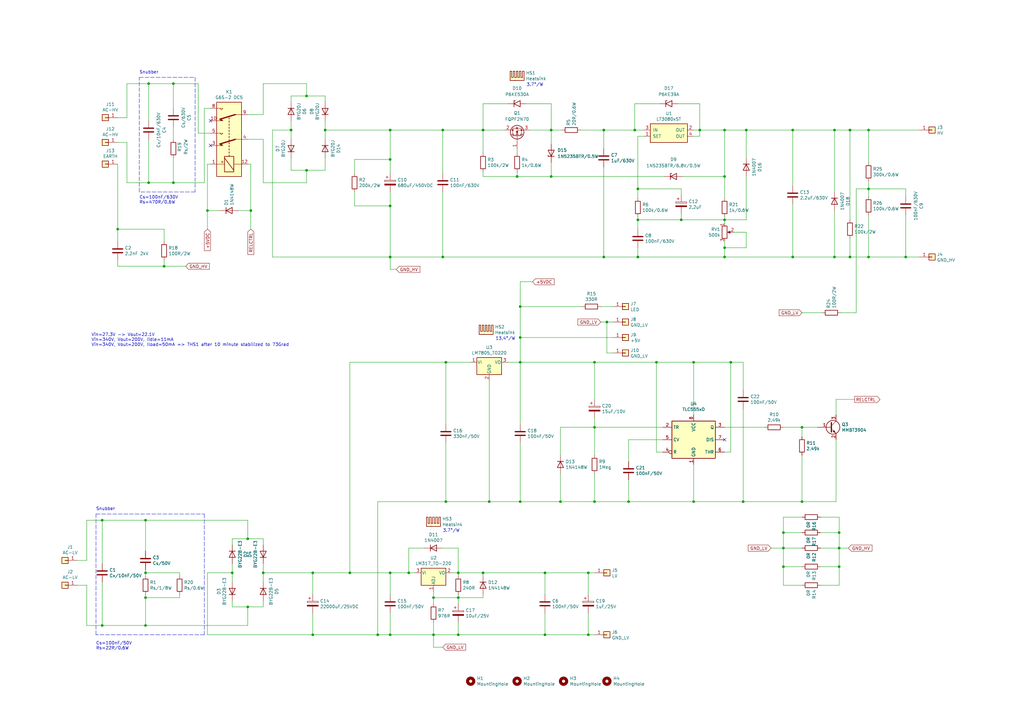
<source format=kicad_sch>
(kicad_sch (version 20211123) (generator eeschema)
  (paper "A3")
  (title_block (title "HV Power Supply LM317 Maida") (date "2022-09-11") (rev "1"))
  (junction (at 213.36 138.43))
  (junction (at 181.61 105.41))
  (junction (at 269.24 148.59))
  (junction (at 198.12 234.95))
  (junction (at 213.36 148.59))
  (junction (at 247.65 105.41))
  (junction (at 299.72 148.59))
  (junction (at 182.88 205.74))
  (junction (at 154.94 260.35))
  (junction (at 48.26 93.98))
  (junction (at 348.615 53.34))
  (junction (at 59.69 256.54))
  (junction (at 297.18 101.6))
  (junction (at 325.12 105.41))
  (junction (at 229.87 205.74))
  (junction (at 243.84 205.74))
  (junction (at 297.18 53.34))
  (junction (at 226.06 72.39))
  (junction (at 297.18 105.41))
  (junction (at 59.69 245.11))
  (junction (at 101.6 248.92))
  (junction (at 177.8 260.35))
  (junction (at 342.265 53.34))
  (junction (at 344.17 218.44))
  (junction (at 128.27 234.95))
  (junction (at 160.02 260.35))
  (junction (at 257.81 205.74))
  (junction (at 160.02 105.41))
  (junction (at 321.31 224.79))
  (junction (at 167.64 234.95))
  (junction (at 102.87 86.36))
  (junction (at 59.69 213.36))
  (junction (at 160.02 65.405))
  (junction (at 212.09 72.39))
  (junction (at 297.18 72.39))
  (junction (at 187.96 260.35))
  (junction (at 261.62 90.17))
  (junction (at 223.52 234.95))
  (junction (at 125.73 39.37))
  (junction (at 187.96 234.95))
  (junction (at 125.73 69.85))
  (junction (at 160.02 84.455))
  (junction (at 243.84 175.26))
  (junction (at 304.8 205.74))
  (junction (at 248.92 132.08))
  (junction (at 187.96 245.11))
  (junction (at 41.91 256.54))
  (junction (at 71.12 34.29))
  (junction (at 325.12 53.34))
  (junction (at 348.615 105.41))
  (junction (at 241.3 234.95))
  (junction (at 181.61 53.34))
  (junction (at 260.35 53.34))
  (junction (at 160.02 234.95))
  (junction (at 371.475 105.41))
  (junction (at 344.17 232.41))
  (junction (at 128.27 260.35))
  (junction (at 243.84 148.59))
  (junction (at 287.02 53.34))
  (junction (at 213.36 205.74))
  (junction (at 241.3 260.35))
  (junction (at 284.48 205.74))
  (junction (at 160.02 53.34))
  (junction (at 342.265 105.41))
  (junction (at 213.36 125.73))
  (junction (at 279.4 90.17))
  (junction (at 328.93 205.74))
  (junction (at 143.51 234.95))
  (junction (at 101.6 220.98))
  (junction (at 356.235 105.41))
  (junction (at 261.62 105.41))
  (junction (at 223.52 260.35))
  (junction (at 321.31 218.44))
  (junction (at 321.31 232.41))
  (junction (at 182.88 148.59))
  (junction (at 306.07 53.34))
  (junction (at 107.95 234.95))
  (junction (at 328.93 175.26))
  (junction (at 344.17 224.79))
  (junction (at 133.35 53.34))
  (junction (at 177.8 245.11))
  (junction (at 297.18 90.17))
  (junction (at 200.66 205.74))
  (junction (at 226.06 53.34))
  (junction (at 119.38 53.34))
  (junction (at 261.62 77.47))
  (junction (at 41.91 213.36))
  (junction (at 60.96 74.93))
  (junction (at 284.48 148.59))
  (junction (at 247.65 53.34))
  (junction (at 198.12 53.34))
  (junction (at 59.69 234.95))
  (junction (at 60.96 34.29))
  (junction (at 95.25 234.95))
  (junction (at 356.235 77.47))
  (junction (at 85.09 86.36))
  (junction (at 71.12 74.93))
  (junction (at 67.31 109.22))
  (junction (at 356.235 53.34))
  (no_connect (at 297.18 180.34))
  (no_connect (at 86.36 49.53))
  (no_connect (at 86.36 59.69))
  (wire (pts (xy 356.235 74.295) (xy 356.235 77.47)))
  (wire (pts (xy 297.18 53.34) (xy 297.18 72.39)))
  (wire (pts (xy 101.6 256.54) (xy 101.6 248.92)))
  (wire (pts (xy 95.25 220.98) (xy 101.6 220.98)))
  (wire (pts (xy 351.155 77.47) (xy 356.235 77.47)))
  (wire (pts (xy 306.07 90.17) (xy 306.07 72.39)))
  (wire (pts (xy 226.06 59.055) (xy 226.06 53.34)))
  (wire (pts (xy 371.475 105.41) (xy 377.19 105.41)))
  (polyline (pts (xy 39.37 260.35) (xy 39.37 210.82)))
  (wire (pts (xy 247.65 105.41) (xy 247.65 68.58)))
  (wire (pts (xy 287.02 53.34) (xy 284.48 53.34)))
  (wire (pts (xy 181.61 53.34) (xy 198.12 53.34)))
  (wire (pts (xy 60.96 57.15) (xy 60.96 74.93)))
  (wire (pts (xy 306.07 95.25) (xy 300.99 95.25)))
  (wire (pts (xy 71.12 74.93) (xy 60.96 74.93)))
  (wire (pts (xy 342.9 180.34) (xy 342.9 205.74)))
  (wire (pts (xy 107.95 46.99) (xy 107.95 34.29)))
  (wire (pts (xy 297.18 185.42) (xy 299.72 185.42)))
  (wire (pts (xy 187.96 224.79) (xy 181.61 224.79)))
  (wire (pts (xy 177.8 260.35) (xy 177.8 255.27)))
  (wire (pts (xy 128.27 260.35) (xy 128.27 251.46)))
  (wire (pts (xy 213.36 115.57) (xy 213.36 125.73)))
  (wire (pts (xy 76.2 109.22) (xy 67.31 109.22)))
  (wire (pts (xy 328.93 205.74) (xy 304.8 205.74)))
  (wire (pts (xy 336.55 224.79) (xy 344.17 224.79)))
  (wire (pts (xy 243.84 205.74) (xy 243.84 194.31)))
  (wire (pts (xy 48.26 58.42) (xy 52.07 58.42)))
  (wire (pts (xy 95.25 231.14) (xy 95.25 234.95)))
  (wire (pts (xy 35.56 256.54) (xy 41.91 256.54)))
  (wire (pts (xy 31.75 240.03) (xy 35.56 240.03)))
  (wire (pts (xy 223.52 234.95) (xy 241.3 234.95)))
  (wire (pts (xy 154.94 260.35) (xy 154.94 205.74)))
  (wire (pts (xy 316.23 224.79) (xy 321.31 224.79)))
  (wire (pts (xy 241.3 251.46) (xy 241.3 260.35)))
  (polyline (pts (xy 57.15 78.74) (xy 57.15 31.75)))
  (wire (pts (xy 325.12 83.82) (xy 325.12 105.41)))
  (wire (pts (xy 229.87 205.74) (xy 213.36 205.74)))
  (wire (pts (xy 177.8 245.11) (xy 187.96 245.11)))
  (wire (pts (xy 59.69 233.68) (xy 59.69 234.95)))
  (wire (pts (xy 226.06 53.34) (xy 217.17 53.34)))
  (wire (pts (xy 344.17 224.79) (xy 344.17 232.41)))
  (wire (pts (xy 85.09 260.35) (xy 85.09 234.95)))
  (wire (pts (xy 128.27 243.84) (xy 128.27 234.95)))
  (wire (pts (xy 160.02 260.35) (xy 177.8 260.35)))
  (wire (pts (xy 71.12 64.77) (xy 71.12 74.93)))
  (wire (pts (xy 297.18 91.44) (xy 297.18 90.17)))
  (wire (pts (xy 67.31 109.22) (xy 48.26 109.22)))
  (wire (pts (xy 287.02 42.545) (xy 287.02 53.34)))
  (wire (pts (xy 160.02 105.41) (xy 181.61 105.41)))
  (wire (pts (xy 226.06 53.34) (xy 230.505 53.34)))
  (wire (pts (xy 73.66 234.95) (xy 73.66 236.22)))
  (wire (pts (xy 279.4 87.63) (xy 279.4 90.17)))
  (wire (pts (xy 71.12 34.29) (xy 81.28 34.29)))
  (wire (pts (xy 133.35 69.85) (xy 133.35 64.77)))
  (wire (pts (xy 261.62 101.6) (xy 261.62 105.41)))
  (wire (pts (xy 226.06 72.39) (xy 212.09 72.39)))
  (wire (pts (xy 342.9 163.83) (xy 342.9 170.18)))
  (wire (pts (xy 35.56 213.36) (xy 41.91 213.36)))
  (wire (pts (xy 342.265 53.34) (xy 348.615 53.34)))
  (wire (pts (xy 160.02 110.49) (xy 160.02 105.41)))
  (wire (pts (xy 181.61 105.41) (xy 247.65 105.41)))
  (wire (pts (xy 261.62 55.88) (xy 261.62 77.47)))
  (wire (pts (xy 71.12 52.07) (xy 71.12 57.15)))
  (wire (pts (xy 279.4 90.17) (xy 261.62 90.17)))
  (wire (pts (xy 143.51 234.95) (xy 160.02 234.95)))
  (wire (pts (xy 304.8 167.64) (xy 304.8 205.74)))
  (wire (pts (xy 243.84 260.35) (xy 241.3 260.35)))
  (wire (pts (xy 297.18 90.17) (xy 297.18 88.9)))
  (wire (pts (xy 270.51 42.545) (xy 260.35 42.545)))
  (wire (pts (xy 81.28 34.29) (xy 81.28 54.61)))
  (wire (pts (xy 213.36 125.73) (xy 213.36 138.43)))
  (wire (pts (xy 247.65 53.34) (xy 260.35 53.34)))
  (wire (pts (xy 328.93 212.09) (xy 321.31 212.09)))
  (wire (pts (xy 243.84 175.26) (xy 229.87 175.26)))
  (wire (pts (xy 251.46 138.43) (xy 213.36 138.43)))
  (wire (pts (xy 278.13 42.545) (xy 287.02 42.545)))
  (wire (pts (xy 181.61 265.43) (xy 177.8 265.43)))
  (wire (pts (xy 177.8 260.35) (xy 187.96 260.35)))
  (wire (pts (xy 218.44 115.57) (xy 213.36 115.57)))
  (wire (pts (xy 187.96 243.84) (xy 187.96 245.11)))
  (wire (pts (xy 101.6 220.98) (xy 107.95 220.98)))
  (wire (pts (xy 304.8 205.74) (xy 284.48 205.74)))
  (wire (pts (xy 223.52 243.84) (xy 223.52 234.95)))
  (wire (pts (xy 344.17 224.79) (xy 347.98 224.79)))
  (wire (pts (xy 119.38 69.85) (xy 125.73 69.85)))
  (wire (pts (xy 187.96 234.95) (xy 187.96 224.79)))
  (wire (pts (xy 213.36 138.43) (xy 213.36 148.59)))
  (wire (pts (xy 181.61 78.74) (xy 181.61 105.41)))
  (wire (pts (xy 321.31 212.09) (xy 321.31 218.44)))
  (wire (pts (xy 243.84 175.26) (xy 243.84 171.45)))
  (wire (pts (xy 243.84 175.26) (xy 243.84 186.69)))
  (wire (pts (xy 187.96 234.95) (xy 198.12 234.95)))
  (wire (pts (xy 279.4 77.47) (xy 261.62 77.47)))
  (wire (pts (xy 128.27 260.35) (xy 154.94 260.35)))
  (wire (pts (xy 145.415 84.455) (xy 145.415 78.74)))
  (wire (pts (xy 111.76 53.34) (xy 111.76 105.41)))
  (wire (pts (xy 128.27 260.35) (xy 85.09 260.35)))
  (wire (pts (xy 248.92 132.08) (xy 251.46 132.08)))
  (wire (pts (xy 246.38 132.08) (xy 248.92 132.08)))
  (wire (pts (xy 272.415 72.39) (xy 226.06 72.39)))
  (polyline (pts (xy 57.15 31.75) (xy 80.01 31.75)))
  (wire (pts (xy 226.06 53.34) (xy 226.06 42.545)))
  (wire (pts (xy 223.52 251.46) (xy 223.52 260.35)))
  (wire (pts (xy 52.07 58.42) (xy 52.07 74.93)))
  (wire (pts (xy 31.75 229.87) (xy 35.56 229.87)))
  (wire (pts (xy 182.88 148.59) (xy 182.88 173.99)))
  (wire (pts (xy 107.95 220.98) (xy 107.95 223.52)))
  (wire (pts (xy 182.88 181.61) (xy 182.88 205.74)))
  (wire (pts (xy 182.88 148.59) (xy 143.51 148.59)))
  (wire (pts (xy 187.96 260.35) (xy 223.52 260.35)))
  (wire (pts (xy 162.56 110.49) (xy 160.02 110.49)))
  (wire (pts (xy 133.35 53.34) (xy 133.35 57.15)))
  (wire (pts (xy 119.38 53.34) (xy 119.38 49.53)))
  (wire (pts (xy 284.48 205.74) (xy 257.81 205.74)))
  (wire (pts (xy 284.48 148.59) (xy 269.24 148.59)))
  (wire (pts (xy 351.155 128.27) (xy 351.155 77.47)))
  (wire (pts (xy 306.07 53.34) (xy 297.18 53.34)))
  (wire (pts (xy 200.66 156.21) (xy 200.66 205.74)))
  (wire (pts (xy 297.18 53.34) (xy 287.02 53.34)))
  (wire (pts (xy 48.26 93.98) (xy 48.26 99.06)))
  (wire (pts (xy 125.73 39.37) (xy 133.35 39.37)))
  (wire (pts (xy 48.26 67.31) (xy 48.26 93.98)))
  (wire (pts (xy 198.12 53.34) (xy 198.12 62.865)))
  (wire (pts (xy 342.265 86.36) (xy 342.265 105.41)))
  (wire (pts (xy 243.84 205.74) (xy 229.87 205.74)))
  (wire (pts (xy 177.8 245.11) (xy 177.8 242.57)))
  (wire (pts (xy 344.17 240.03) (xy 336.55 240.03)))
  (wire (pts (xy 321.31 224.79) (xy 321.31 232.41)))
  (wire (pts (xy 107.95 34.29) (xy 125.73 34.29)))
  (wire (pts (xy 160.02 53.34) (xy 181.61 53.34)))
  (wire (pts (xy 247.65 60.96) (xy 247.65 53.34)))
  (wire (pts (xy 299.72 148.59) (xy 284.48 148.59)))
  (wire (pts (xy 328.93 224.79) (xy 321.31 224.79)))
  (wire (pts (xy 304.8 160.02) (xy 304.8 148.59)))
  (wire (pts (xy 344.805 128.27) (xy 351.155 128.27)))
  (wire (pts (xy 297.18 72.39) (xy 297.18 81.28)))
  (wire (pts (xy 60.96 34.29) (xy 60.96 49.53)))
  (wire (pts (xy 160.02 71.12) (xy 160.02 65.405)))
  (wire (pts (xy 328.93 175.26) (xy 321.31 175.26)))
  (wire (pts (xy 145.415 65.405) (xy 160.02 65.405)))
  (wire (pts (xy 59.69 243.84) (xy 59.69 245.11)))
  (wire (pts (xy 41.91 256.54) (xy 41.91 238.76)))
  (wire (pts (xy 213.36 173.99) (xy 213.36 148.59)))
  (wire (pts (xy 119.38 41.91) (xy 119.38 39.37)))
  (wire (pts (xy 81.28 54.61) (xy 86.36 54.61)))
  (wire (pts (xy 342.265 53.34) (xy 342.265 78.74)))
  (wire (pts (xy 261.62 88.9) (xy 261.62 90.17)))
  (wire (pts (xy 198.12 72.39) (xy 212.09 72.39)))
  (wire (pts (xy 297.18 101.6) (xy 297.18 99.06)))
  (wire (pts (xy 181.61 71.12) (xy 181.61 53.34)))
  (wire (pts (xy 344.17 212.09) (xy 344.17 218.44)))
  (wire (pts (xy 107.95 234.95) (xy 128.27 234.95)))
  (wire (pts (xy 101.6 213.36) (xy 101.6 220.98)))
  (polyline (pts (xy 80.01 78.74) (xy 57.15 78.74)))
  (wire (pts (xy 59.69 213.36) (xy 41.91 213.36)))
  (wire (pts (xy 336.55 212.09) (xy 344.17 212.09)))
  (wire (pts (xy 85.09 67.31) (xy 86.36 67.31)))
  (wire (pts (xy 119.38 57.15) (xy 119.38 53.34)))
  (wire (pts (xy 356.235 53.34) (xy 356.235 66.675)))
  (wire (pts (xy 167.64 224.79) (xy 167.64 234.95)))
  (wire (pts (xy 107.95 234.95) (xy 107.95 238.76)))
  (wire (pts (xy 356.235 105.41) (xy 371.475 105.41)))
  (wire (pts (xy 177.8 265.43) (xy 177.8 260.35)))
  (wire (pts (xy 306.07 101.6) (xy 306.07 95.25)))
  (wire (pts (xy 342.265 105.41) (xy 348.615 105.41)))
  (wire (pts (xy 321.31 240.03) (xy 328.93 240.03)))
  (wire (pts (xy 279.4 80.01) (xy 279.4 77.47)))
  (wire (pts (xy 167.64 234.95) (xy 170.18 234.95)))
  (wire (pts (xy 328.93 128.27) (xy 337.185 128.27)))
  (wire (pts (xy 143.51 148.59) (xy 143.51 234.95)))
  (wire (pts (xy 102.87 67.31) (xy 102.87 86.36)))
  (wire (pts (xy 297.18 101.6) (xy 306.07 101.6)))
  (wire (pts (xy 198.12 53.34) (xy 207.01 53.34)))
  (wire (pts (xy 243.84 148.59) (xy 269.24 148.59)))
  (wire (pts (xy 67.31 99.06) (xy 67.31 93.98)))
  (wire (pts (xy 284.48 55.88) (xy 287.02 55.88)))
  (wire (pts (xy 356.235 77.47) (xy 371.475 77.47)))
  (wire (pts (xy 261.62 81.28) (xy 261.62 77.47)))
  (wire (pts (xy 125.73 74.93) (xy 107.95 74.93)))
  (wire (pts (xy 238.125 53.34) (xy 247.65 53.34)))
  (wire (pts (xy 182.88 205.74) (xy 200.66 205.74)))
  (wire (pts (xy 85.09 86.36) (xy 85.09 67.31)))
  (wire (pts (xy 264.16 55.88) (xy 261.62 55.88)))
  (wire (pts (xy 284.48 170.18) (xy 284.48 148.59)))
  (wire (pts (xy 101.6 67.31) (xy 102.87 67.31)))
  (wire (pts (xy 306.07 53.34) (xy 325.12 53.34)))
  (wire (pts (xy 160.02 78.74) (xy 160.02 84.455)))
  (wire (pts (xy 107.95 57.15) (xy 101.6 57.15)))
  (wire (pts (xy 299.72 185.42) (xy 299.72 148.59)))
  (wire (pts (xy 251.46 144.78) (xy 248.92 144.78)))
  (wire (pts (xy 344.17 232.41) (xy 344.17 240.03)))
  (wire (pts (xy 59.69 256.54) (xy 41.91 256.54)))
  (wire (pts (xy 185.42 234.95) (xy 187.96 234.95)))
  (wire (pts (xy 187.96 236.22) (xy 187.96 234.95)))
  (wire (pts (xy 198.12 42.545) (xy 198.12 53.34)))
  (wire (pts (xy 48.26 48.26) (xy 52.07 48.26)))
  (wire (pts (xy 101.6 46.99) (xy 107.95 46.99)))
  (wire (pts (xy 85.09 234.95) (xy 95.25 234.95)))
  (wire (pts (xy 83.82 44.45) (xy 86.36 44.45)))
  (wire (pts (xy 223.52 260.35) (xy 241.3 260.35)))
  (wire (pts (xy 321.31 232.41) (xy 321.31 240.03)))
  (wire (pts (xy 246.38 125.73) (xy 251.46 125.73)))
  (wire (pts (xy 125.73 69.85) (xy 125.73 74.93)))
  (wire (pts (xy 325.12 105.41) (xy 297.18 105.41)))
  (wire (pts (xy 198.12 70.485) (xy 198.12 72.39)))
  (wire (pts (xy 198.12 234.95) (xy 198.12 236.22)))
  (wire (pts (xy 67.31 93.98) (xy 48.26 93.98)))
  (wire (pts (xy 198.12 243.84) (xy 198.12 245.11)))
  (wire (pts (xy 59.69 226.06) (xy 59.69 213.36)))
  (wire (pts (xy 95.25 234.95) (xy 95.25 238.76)))
  (wire (pts (xy 342.9 205.74) (xy 328.93 205.74)))
  (wire (pts (xy 119.38 39.37) (xy 125.73 39.37)))
  (wire (pts (xy 133.35 53.34) (xy 160.02 53.34)))
  (wire (pts (xy 325.12 53.34) (xy 342.265 53.34)))
  (wire (pts (xy 35.56 229.87) (xy 35.56 213.36)))
  (wire (pts (xy 71.12 34.29) (xy 71.12 44.45)))
  (wire (pts (xy 297.18 90.17) (xy 279.4 90.17)))
  (wire (pts (xy 177.8 247.65) (xy 177.8 245.11)))
  (wire (pts (xy 356.235 53.34) (xy 377.19 53.34)))
  (wire (pts (xy 328.93 186.69) (xy 328.93 205.74)))
  (wire (pts (xy 52.07 34.29) (xy 60.96 34.29)))
  (wire (pts (xy 325.12 105.41) (xy 342.265 105.41)))
  (wire (pts (xy 271.78 175.26) (xy 243.84 175.26)))
  (wire (pts (xy 215.9 42.545) (xy 226.06 42.545)))
  (wire (pts (xy 102.87 86.36) (xy 97.79 86.36)))
  (wire (pts (xy 160.02 260.35) (xy 160.02 251.46)))
  (wire (pts (xy 200.66 205.74) (xy 213.36 205.74)))
  (wire (pts (xy 304.8 148.59) (xy 299.72 148.59)))
  (wire (pts (xy 107.95 231.14) (xy 107.95 234.95)))
  (wire (pts (xy 95.25 248.92) (xy 95.25 246.38)))
  (wire (pts (xy 198.12 245.11) (xy 187.96 245.11)))
  (wire (pts (xy 48.26 109.22) (xy 48.26 106.68)))
  (wire (pts (xy 160.02 105.41) (xy 111.76 105.41)))
  (wire (pts (xy 73.66 245.11) (xy 59.69 245.11)))
  (wire (pts (xy 325.12 76.2) (xy 325.12 53.34)))
  (wire (pts (xy 59.69 245.11) (xy 59.69 256.54)))
  (wire (pts (xy 107.95 74.93) (xy 107.95 57.15)))
  (wire (pts (xy 35.56 240.03) (xy 35.56 256.54)))
  (wire (pts (xy 229.87 175.26) (xy 229.87 186.69)))
  (wire (pts (xy 335.28 175.26) (xy 328.93 175.26)))
  (wire (pts (xy 348.615 105.41) (xy 356.235 105.41)))
  (wire (pts (xy 344.17 224.79) (xy 344.17 218.44)))
  (wire (pts (xy 348.615 90.17) (xy 348.615 53.34)))
  (wire (pts (xy 269.24 185.42) (xy 269.24 148.59)))
  (wire (pts (xy 59.69 256.54) (xy 101.6 256.54)))
  (polyline (pts (xy 83.82 260.35) (xy 39.37 260.35)))
  (wire (pts (xy 257.81 205.74) (xy 243.84 205.74)))
  (polyline (pts (xy 83.82 210.82) (xy 83.82 260.35)))
  (wire (pts (xy 101.6 213.36) (xy 59.69 213.36)))
  (wire (pts (xy 229.87 205.74) (xy 229.87 194.31)))
  (wire (pts (xy 348.615 97.79) (xy 348.615 105.41)))
  (wire (pts (xy 212.09 70.485) (xy 212.09 72.39)))
  (wire (pts (xy 198.12 234.95) (xy 223.52 234.95)))
  (wire (pts (xy 133.35 39.37) (xy 133.35 41.91)))
  (wire (pts (xy 52.07 74.93) (xy 60.96 74.93)))
  (wire (pts (xy 145.415 84.455) (xy 160.02 84.455)))
  (wire (pts (xy 261.62 90.17) (xy 261.62 93.98)))
  (wire (pts (xy 102.87 93.98) (xy 102.87 86.36)))
  (wire (pts (xy 356.235 77.47) (xy 356.235 80.645)))
  (wire (pts (xy 71.12 74.93) (xy 83.82 74.93)))
  (wire (pts (xy 260.35 53.34) (xy 264.16 53.34)))
  (wire (pts (xy 198.12 42.545) (xy 208.28 42.545)))
  (wire (pts (xy 154.94 205.74) (xy 182.88 205.74)))
  (wire (pts (xy 271.78 180.34) (xy 257.81 180.34)))
  (wire (pts (xy 280.035 72.39) (xy 297.18 72.39)))
  (wire (pts (xy 95.25 220.98) (xy 95.25 223.52)))
  (wire (pts (xy 41.91 213.36) (xy 41.91 231.14)))
  (polyline (pts (xy 80.01 31.75) (xy 80.01 78.74)))
  (wire (pts (xy 241.3 234.95) (xy 243.84 234.95)))
  (wire (pts (xy 321.31 218.44) (xy 321.31 224.79)))
  (wire (pts (xy 226.06 66.675) (xy 226.06 72.39)))
  (wire (pts (xy 213.36 148.59) (xy 243.84 148.59)))
  (wire (pts (xy 125.73 39.37) (xy 125.73 34.29)))
  (wire (pts (xy 119.38 64.77) (xy 119.38 69.85)))
  (wire (pts (xy 297.18 90.17) (xy 306.07 90.17)))
  (wire (pts (xy 128.27 234.95) (xy 143.51 234.95)))
  (polyline (pts (xy 39.37 210.82) (xy 83.82 210.82)))
  (wire (pts (xy 261.62 105.41) (xy 247.65 105.41)))
  (wire (pts (xy 59.69 236.22) (xy 59.69 234.95)))
  (wire (pts (xy 187.96 260.35) (xy 187.96 255.27)))
  (wire (pts (xy 73.66 243.84) (xy 73.66 245.11)))
  (wire (pts (xy 213.36 125.73) (xy 238.76 125.73)))
  (wire (pts (xy 243.84 163.83) (xy 243.84 148.59)))
  (wire (pts (xy 241.3 243.84) (xy 241.3 234.95)))
  (wire (pts (xy 344.17 218.44) (xy 336.55 218.44)))
  (wire (pts (xy 248.92 144.78) (xy 248.92 132.08)))
  (wire (pts (xy 101.6 248.92) (xy 107.95 248.92)))
  (wire (pts (xy 160.02 243.84) (xy 160.02 234.95)))
  (wire (pts (xy 187.96 245.11) (xy 187.96 247.65)))
  (wire (pts (xy 356.235 88.265) (xy 356.235 105.41)))
  (wire (pts (xy 133.35 49.53) (xy 133.35 53.34)))
  (wire (pts (xy 59.69 234.95) (xy 73.66 234.95)))
  (wire (pts (xy 95.25 248.92) (xy 101.6 248.92)))
  (wire (pts (xy 160.02 234.95) (xy 167.64 234.95)))
  (wire (pts (xy 154.94 260.35) (xy 160.02 260.35)))
  (wire (pts (xy 348.615 53.34) (xy 356.235 53.34)))
  (wire (pts (xy 213.36 205.74) (xy 213.36 181.61)))
  (wire (pts (xy 145.415 71.12) (xy 145.415 65.405)))
  (wire (pts (xy 328.93 232.41) (xy 321.31 232.41)))
  (wire (pts (xy 125.73 69.85) (xy 133.35 69.85)))
  (wire (pts (xy 85.09 86.36) (xy 90.17 86.36)))
  (wire (pts (xy 107.95 246.38) (xy 107.95 248.92)))
  (wire (pts (xy 271.78 185.42) (xy 269.24 185.42)))
  (wire (pts (xy 212.09 60.96) (xy 212.09 62.865)))
  (wire (pts (xy 83.82 74.93) (xy 83.82 44.45)))
  (wire (pts (xy 328.93 218.44) (xy 321.31 218.44)))
  (wire (pts (xy 350.52 163.83) (xy 342.9 163.83)))
  (wire (pts (xy 371.475 88.265) (xy 371.475 105.41)))
  (wire (pts (xy 284.48 190.5) (xy 284.48 205.74)))
  (wire (pts (xy 287.02 55.88) (xy 287.02 53.34)))
  (wire (pts (xy 257.81 180.34) (xy 257.81 189.23)))
  (wire (pts (xy 336.55 232.41) (xy 344.17 232.41)))
  (wire (pts (xy 160.02 84.455) (xy 160.02 105.41)))
  (wire (pts (xy 257.81 205.74) (xy 257.81 196.85)))
  (wire (pts (xy 306.07 64.77) (xy 306.07 53.34)))
  (wire (pts (xy 297.18 105.41) (xy 261.62 105.41)))
  (wire (pts (xy 328.93 179.07) (xy 328.93 175.26)))
  (wire (pts (xy 85.09 93.98) (xy 85.09 86.36)))
  (wire (pts (xy 297.18 175.26) (xy 313.69 175.26)))
  (wire (pts (xy 67.31 106.68) (xy 67.31 109.22)))
  (wire (pts (xy 193.04 148.59) (xy 182.88 148.59)))
  (wire (pts (xy 71.12 34.29) (xy 60.96 34.29)))
  (wire (pts (xy 260.35 42.545) (xy 260.35 53.34)))
  (wire (pts (xy 119.38 53.34) (xy 111.76 53.34)))
  (wire (pts (xy 160.02 65.405) (xy 160.02 53.34)))
  (wire (pts (xy 371.475 80.645) (xy 371.475 77.47)))
  (wire (pts (xy 173.99 224.79) (xy 167.64 224.79)))
  (wire (pts (xy 208.28 148.59) (xy 213.36 148.59)))
  (wire (pts (xy 297.18 101.6) (xy 297.18 105.41)))
  (wire (pts (xy 52.07 48.26) (xy 52.07 34.29)))
  (text "Snubber" (at 39.37 209.55 0) (effects (font (size 1.27 1.27)) (justify left bottom)))
  (text "Cs=100nF/630V\nRs=470R/0.6W" (at 57.15 83.82 0) (effects (font (size 1.27 1.27)) (justify left bottom)))
  (text "Snubber" (at 57.15 30.48 0) (effects (font (size 1.27 1.27)) (justify left bottom)))
  (text "13,4°/W" (at 203.2 139.7 0) (effects (font (size 1.27 1.27)) (justify left bottom)))
  (text "3.7°/W" (at 215.9 35.56 0) (effects (font (size 1.27 1.27)) (justify left bottom)))
  (text "Vin=27.3V -> Vout=22.1V\nVin=340V, Vout=200V, Iidle=11mA\nVin=340V, Vout=200V, Iload=50mA => THS1 after 10 minute stabilized to 73Grad" (at 37.465 142.24 0) (effects (font (size 1.27 1.27)) (justify left bottom)))
  (text "Cs=100nF/50V\nRs=22R/0.6W" (at 39.37 266.7 0) (effects (font (size 1.27 1.27)) (justify left bottom)))
  (text "3.7°/W" (at 181.61 218.44 0) (effects (font (size 1.27 1.27)) (justify left bottom)))
  (global_label "RELCTRL" (shape input) (at 102.87 93.98 270) (property "Intersheet References" "${INTERSHEET_REFS}" (effects hide)))
  (global_label "+5VDC" (shape input) (at 218.44 115.57 0) (property "Intersheet References" "${INTERSHEET_REFS}" (effects hide)))
  (global_label "GND_LV" (shape input) (at 181.61 265.43 0) (property "Intersheet References" "${INTERSHEET_REFS}" (effects hide)))
  (global_label "+5VDC" (shape input) (at 85.09 93.98 270) (property "Intersheet References" "${INTERSHEET_REFS}" (effects hide)))
  (global_label "GND_HV" (shape input) (at 162.56 110.49 0) (property "Intersheet References" "${INTERSHEET_REFS}" (effects hide)))
  (global_label "GND_LV" (shape input) (at 316.23 224.79 180) (property "Intersheet References" "${INTERSHEET_REFS}" (effects hide)))
  (global_label "RELCTRL" (shape output) (at 350.52 163.83 0) (property "Intersheet References" "${INTERSHEET_REFS}" (effects hide)))
  (global_label "GND_HV" (shape input) (at 76.2 109.22 0) (property "Intersheet References" "${INTERSHEET_REFS}" (effects hide)))
  (global_label "GND_LV" (shape input) (at 246.38 132.08 180) (property "Intersheet References" "${INTERSHEET_REFS}" (effects hide)))
  (global_label "GND_HV" (shape input) (at 347.98 224.79 0) (property "Intersheet References" "${INTERSHEET_REFS}" (effects hide)))
  (global_label "GND_LV" (shape input) (at 328.93 128.27 180) (property "Intersheet References" "${INTERSHEET_REFS}" (effects hide)))
  (symbol (lib_id "Mechanical:MountingHole") (at 212.09 279.4 0) (unit 1)
    (property "Reference" "H2" (at 214.63 278.2316 0) (effects (justify left)))
    (property "Value" "MountingHole" (at 214.63 280.543 0) (effects (justify left)))
    (property "Footprint" "MountingHole:MountingHole_3.2mm_M3" (effects hide))
  )
  (symbol (lib_id "Mechanical:MountingHole") (at 231.14 279.4 0) (unit 1)
    (property "Reference" "H3" (at 233.68 278.2316 0) (effects (justify left)))
    (property "Value" "MountingHole" (at 233.68 280.543 0) (effects (justify left)))
    (property "Footprint" "MountingHole:MountingHole_3.2mm_M3" (effects hide))
  )
  (symbol (lib_id "Mechanical:MountingHole") (at 193.04 279.4 0) (unit 1)
    (property "Reference" "H1" (at 195.58 278.2316 0) (effects (justify left)))
    (property "Value" "MountingHole" (at 195.58 280.543 0) (effects (justify left)))
    (property "Footprint" "MountingHole:MountingHole_3.2mm_M3" (effects hide))
  )
  (symbol (lib_id "Mechanical:MountingHole") (at 248.92 279.4 0) (unit 1)
    (property "Reference" "H4" (at 251.46 278.2316 0) (effects (justify left)))
    (property "Value" "MountingHole" (at 251.46 280.543 0) (effects (justify left)))
    (property "Footprint" "MountingHole:MountingHole_3.2mm_M3" (effects hide))
  )
  (symbol (lib_id "Connector_Generic:Conn_01x01") (at 382.27 53.34 0) (unit 1)
    (property "Reference" "J3" (at 384.302 52.2732 0) (effects (justify left)))
    (property "Value" "HV" (at 384.302 54.5846 0) (effects (justify left)))
    (property "Footprint" "Connector_Pin:Pin_D1.3mm_L11.0mm" (effects hide))
  )
  (symbol (lib_id "Device:C_Polarized") (at 160.02 74.93 0) (unit 1)
    (property "Reference" "C10" (at 163.0172 73.7616 0) (effects (justify left)))
    (property "Value" "680uF/450VDC" (at 163.0172 76.073 0) (effects (justify left)))
    (property "Footprint" "Capacitor_THT:CP_Radial_D35.0mm_P10.00mm_SnapIn" (effects hide))
  )
  (symbol (lib_id "Device:C") (at 181.61 74.93 0) (unit 1)
    (property "Reference" "C11" (at 184.531 73.7616 0) (effects (justify left)))
    (property "Value" "100nF/630V" (at 184.531 76.073 0) (effects (justify left)))
    (property "Footprint" "Capacitor_THT:C_Rect_L18.0mm_W5.0mm_P15.00mm_FKS3_FKP3" (effects hide))
  )
  (symbol (lib_id "Device:R") (at 332.74 218.44 270) (unit 1)
    (property "Reference" "R17" (at 333.9084 220.218 0) (effects (justify left)))
    (property "Value" "0R" (at 331.597 220.218 0) (effects (justify left)))
    (property "Footprint" "Resistor_SMD:R_1206_3216Metric_Pad1.30x1.75mm_HandSolder" (effects hide))
  )
  (symbol (lib_id "Device:R") (at 332.74 212.09 270) (unit 1)
    (property "Reference" "R16" (at 333.9084 213.868 0) (effects (justify left)))
    (property "Value" "0R" (at 331.597 213.868 0) (effects (justify left)))
    (property "Footprint" "Resistor_SMD:R_1206_3216Metric_Pad1.30x1.75mm_HandSolder" (effects hide))
  )
  (symbol (lib_id "Device:C_Polarized") (at 128.27 247.65 0) (unit 1)
    (property "Reference" "C14" (at 131.2672 246.4816 0) (effects (justify left)))
    (property "Value" "22000uF/25VDC" (at 131.2672 248.793 0) (effects (justify left)))
    (property "Footprint" "Capacitor_THT:CP_Radial_D35.0mm_P10.00mm_SnapIn" (effects hide))
  )
  (symbol (lib_id "Regulator_Linear:LM317_TO-220") (at 177.8 234.95 0) (unit 1)
    (property "Reference" "U2" (at 177.8 228.8032 0))
    (property "Value" "LM317_TO-220" (at 177.8 231.1146 0))
    (property "Footprint" "Package_TO_SOT_THT:TO-220-3_Vertical" (effects hide))
    (property "Datasheet" "http://www.ti.com/lit/ds/symlink/lm317.pdf" (effects hide))
  )
  (symbol (lib_id "Device:C") (at 160.02 247.65 0) (unit 1)
    (property "Reference" "C15" (at 162.941 246.4816 0) (effects (justify left)))
    (property "Value" "100nF/50V" (at 162.941 248.793 0) (effects (justify left)))
    (property "Footprint" "Capacitor_SMD:C_0805_2012Metric_Pad1.18x1.45mm_HandSolder" (effects hide))
  )
  (symbol (lib_id "Device:R") (at 177.8 251.46 0) (unit 1)
    (property "Reference" "R7" (at 179.578 250.2916 0) (effects (justify left)))
    (property "Value" "976R" (at 179.578 252.603 0) (effects (justify left)))
    (property "Footprint" "Resistor_SMD:R_0805_2012Metric_Pad1.20x1.40mm_HandSolder" (effects hide))
  )
  (symbol (lib_id "Device:R") (at 187.96 240.03 0) (unit 1)
    (property "Reference" "R8" (at 189.738 238.8616 0) (effects (justify left)))
    (property "Value" "240R" (at 189.738 241.173 0) (effects (justify left)))
    (property "Footprint" "Resistor_SMD:R_0805_2012Metric_Pad1.20x1.40mm_HandSolder" (effects hide))
  )
  (symbol (lib_id "Diode:1N4007") (at 177.8 224.79 0) (unit 1)
    (property "Reference" "D11" (at 177.8 219.2782 0))
    (property "Value" "1N4007" (at 177.8 221.5896 0))
    (property "Footprint" "Diode_SMD:D_SMA_Handsoldering" (effects hide))
    (property "Datasheet" "http://www.vishay.com/docs/88503/1n4001.pdf" (effects hide))
  )
  (symbol (lib_id "Device:C_Polarized") (at 187.96 251.46 0) (unit 1)
    (property "Reference" "C17" (at 190.9572 250.2916 0) (effects (justify left)))
    (property "Value" "10uF/25V" (at 190.9572 252.603 0) (effects (justify left)))
    (property "Footprint" "Capacitor_THT:CP_Radial_D5.0mm_P2.00mm" (effects hide))
  )
  (symbol (lib_id "Diode:1N4007") (at 198.12 240.03 270) (unit 1)
    (property "Reference" "D12" (at 200.152 238.8616 90) (effects (justify left)))
    (property "Value" "1N4148W" (at 200.152 241.173 90) (effects (justify left)))
    (property "Footprint" "Diode_SMD:D_SOD-123" (effects hide))
    (property "Datasheet" "http://www.vishay.com/docs/88503/1n4001.pdf" (effects hide))
  )
  (symbol (lib_id "Connector_Generic:Conn_01x01") (at 382.27 105.41 0) (unit 1)
    (property "Reference" "J4" (at 384.302 104.3432 0) (effects (justify left)))
    (property "Value" "GND_HV" (at 384.302 106.6546 0) (effects (justify left)))
    (property "Footprint" "Connector_Pin:Pin_D1.3mm_L11.0mm" (effects hide))
  )
  (symbol (lib_id "Transistor_BJT:MMBT3904") (at 340.36 175.26 0) (unit 1)
    (property "Reference" "Q3" (at 345.2114 174.0916 0) (effects (justify left)))
    (property "Value" "MMBT3904" (at 345.2114 176.403 0) (effects (justify left)))
    (property "Footprint" "Package_TO_SOT_SMD:SOT-23" (effects hide))
    (property "Datasheet" "https://www.onsemi.com/pub/Collateral/2N3903-D.PDF" (effects hide))
  )
  (symbol (lib_id "Device:R") (at 328.93 182.88 0) (unit 1)
    (property "Reference" "R11" (at 330.708 181.7116 0) (effects (justify left)))
    (property "Value" "2.49k" (at 330.708 184.023 0) (effects (justify left)))
    (property "Footprint" "Resistor_SMD:R_0805_2012Metric_Pad1.20x1.40mm_HandSolder" (effects hide))
  )
  (symbol (lib_id "Device:R") (at 317.5 175.26 270) (unit 1)
    (property "Reference" "R10" (at 317.5 170.0022 90))
    (property "Value" "2.49k" (at 317.5 172.3136 90))
    (property "Footprint" "Resistor_SMD:R_0805_2012Metric_Pad1.20x1.40mm_HandSolder" (effects hide))
  )
  (symbol (lib_id "Timer:TLC555xD") (at 284.48 180.34 0) (unit 1)
    (property "Reference" "U4" (at 284.48 165.5826 0))
    (property "Value" "TLC555xD" (at 284.48 167.894 0))
    (property "Footprint" "Package_SO:SOIC-8_3.9x4.9mm_P1.27mm" (effects hide))
    (property "Datasheet" "http://www.ti.com/lit/ds/symlink/tlc555.pdf" (effects hide))
  )
  (symbol (lib_id "Regulator_Linear:LM7805_TO220") (at 200.66 148.59 0) (unit 1)
    (property "Reference" "U3" (at 200.66 142.4432 0))
    (property "Value" "LM7805_TO220" (at 200.66 144.7546 0))
    (property "Footprint" "Package_TO_SOT_THT:TO-220-3_Vertical" (effects hide))
    (property "Datasheet" "https://www.onsemi.cn/PowerSolutions/document/MC7800-D.PDF" (effects hide))
  )
  (symbol (lib_id "Device:C") (at 304.8 163.83 0) (unit 1)
    (property "Reference" "C22" (at 307.721 162.6616 0) (effects (justify left)))
    (property "Value" "100nF/50V" (at 307.721 164.973 0) (effects (justify left)))
    (property "Footprint" "Capacitor_SMD:C_0805_2012Metric_Pad1.18x1.45mm_HandSolder" (effects hide))
  )
  (symbol (lib_id "Device:C_Polarized") (at 241.3 247.65 0) (unit 1)
    (property "Reference" "C19" (at 244.2972 246.4816 0) (effects (justify left)))
    (property "Value" "1uF/25V" (at 244.2972 248.793 0) (effects (justify left)))
    (property "Footprint" "Capacitor_THT:CP_Radial_D5.0mm_P2.00mm" (effects hide))
  )
  (symbol (lib_id "Connector_Generic:Conn_01x01") (at 248.92 260.35 0) (unit 1)
    (property "Reference" "J6" (at 250.952 259.2832 0) (effects (justify left)))
    (property "Value" "GND_LV" (at 250.952 261.5946 0) (effects (justify left)))
    (property "Footprint" "Connector_Pin:Pin_D1.3mm_L11.0mm" (effects hide))
  )
  (symbol (lib_id "Connector_Generic:Conn_01x01") (at 248.92 234.95 0) (unit 1)
    (property "Reference" "J5" (at 250.952 233.8832 0) (effects (justify left)))
    (property "Value" "LV" (at 250.952 236.1946 0) (effects (justify left)))
    (property "Footprint" "Connector_Pin:Pin_D1.3mm_L11.0mm" (effects hide))
  )
  (symbol (lib_id "Device:C") (at 257.81 193.04 0) (unit 1)
    (property "Reference" "C21" (at 260.731 191.8716 0) (effects (justify left)))
    (property "Value" "100nF/50V" (at 260.731 194.183 0) (effects (justify left)))
    (property "Footprint" "Capacitor_SMD:C_0805_2012Metric_Pad1.18x1.45mm_HandSolder" (effects hide))
  )
  (symbol (lib_id "Device:C_Polarized") (at 243.84 167.64 0) (unit 1)
    (property "Reference" "C20" (at 246.8372 166.4716 0) (effects (justify left)))
    (property "Value" "15uF/10V" (at 246.8372 168.783 0) (effects (justify left)))
    (property "Footprint" "Capacitor_Tantalum_SMD:CP_EIA-3216-12_Kemet-S_Pad1.58x1.35mm_HandSolder" (effects hide))
  )
  (symbol (lib_id "Device:R") (at 243.84 190.5 0) (unit 1)
    (property "Reference" "R9" (at 245.618 189.3316 0) (effects (justify left)))
    (property "Value" "1Meg" (at 245.618 191.643 0) (effects (justify left)))
    (property "Footprint" "Resistor_SMD:R_0805_2012Metric_Pad1.20x1.40mm_HandSolder" (effects hide))
  )
  (symbol (lib_id "Diode:1N4148W") (at 229.87 190.5 270) (unit 1)
    (property "Reference" "D13" (at 231.902 189.3316 90) (effects (justify left)))
    (property "Value" "1N4148W" (at 231.902 191.643 90) (effects (justify left)))
    (property "Footprint" "Diode_SMD:D_SOD-123" (effects hide))
    (property "Datasheet" "https://www.vishay.com/docs/85748/1n4148w.pdf" (effects hide))
  )
  (symbol (lib_id "Device:C") (at 182.88 177.8 0) (unit 1)
    (property "Reference" "C16" (at 185.801 176.6316 0) (effects (justify left)))
    (property "Value" "330nF/50V" (at 185.801 178.943 0) (effects (justify left)))
    (property "Footprint" "Capacitor_SMD:C_0805_2012Metric_Pad1.18x1.45mm_HandSolder" (effects hide))
  )
  (symbol (lib_id "Device:C") (at 213.36 177.8 0) (unit 1)
    (property "Reference" "C18" (at 216.281 176.6316 0) (effects (justify left)))
    (property "Value" "100nF/50V" (at 216.281 178.943 0) (effects (justify left)))
    (property "Footprint" "Capacitor_SMD:C_0805_2012Metric_Pad1.18x1.45mm_HandSolder" (effects hide))
  )
  (symbol (lib_id "Mechanical:Heatsink") (at 177.8 215.9 0) (unit 1)
    (property "Reference" "HS3" (at 181.4068 212.8266 0) (effects (justify left)))
    (property "Value" "Heatsink" (at 181.4068 215.138 0) (effects (justify left)))
    (property "Footprint" "Heatsink:Heatsink_Fischer_SK129-STS_42x25mm_2xDrill2.5mm" (effects hide))
  )
  (symbol (lib_id "Device:R") (at 332.74 224.79 270) (unit 1)
    (property "Reference" "R12" (at 333.9084 226.568 0) (effects (justify left)))
    (property "Value" "0R" (at 331.597 226.568 0) (effects (justify left)))
    (property "Footprint" "Resistor_SMD:R_1206_3216Metric_Pad1.30x1.75mm_HandSolder" (effects hide))
  )
  (symbol (lib_id "Device:R") (at 332.74 232.41 270) (unit 1)
    (property "Reference" "R13" (at 333.9084 234.188 0) (effects (justify left)))
    (property "Value" "0R" (at 331.597 234.188 0) (effects (justify left)))
    (property "Footprint" "Resistor_SMD:R_1206_3216Metric_Pad1.30x1.75mm_HandSolder" (effects hide))
  )
  (symbol (lib_id "Device:R") (at 332.74 240.03 270) (unit 1)
    (property "Reference" "R14" (at 333.9084 241.808 0) (effects (justify left)))
    (property "Value" "0R" (at 331.597 241.808 0) (effects (justify left)))
    (property "Footprint" "Resistor_SMD:R_1206_3216Metric_Pad1.30x1.75mm_HandSolder" (effects hide))
  )
  (symbol (lib_id "Device:R") (at 242.57 125.73 270) (unit 1)
    (property "Reference" "R15" (at 242.57 120.4722 90))
    (property "Value" "330R" (at 242.57 122.7836 90))
    (property "Footprint" "Resistor_SMD:R_0805_2012Metric_Pad1.20x1.40mm_HandSolder" (effects hide))
  )
  (symbol (lib_id "Connector_Generic:Conn_01x01") (at 256.54 132.08 0) (unit 1)
    (property "Reference" "J8" (at 258.572 131.0132 0) (effects (justify left)))
    (property "Value" "GND_LV" (at 258.572 133.3246 0) (effects (justify left)))
    (property "Footprint" "Connector_Pin:Pin_D1.0mm_L10.0mm" (effects hide))
  )
  (symbol (lib_id "Connector_Generic:Conn_01x01") (at 256.54 125.73 0) (unit 1)
    (property "Reference" "J7" (at 258.572 124.6632 0) (effects (justify left)))
    (property "Value" "LED" (at 258.572 126.9746 0) (effects (justify left)))
    (property "Footprint" "Connector_Pin:Pin_D1.0mm_L10.0mm" (effects hide))
  )
  (symbol (lib_id "Connector_Generic:Conn_01x01") (at 256.54 144.78 0) (unit 1)
    (property "Reference" "J10" (at 258.572 143.7132 0) (effects (justify left)))
    (property "Value" "GND_LV" (at 258.572 146.0246 0) (effects (justify left)))
    (property "Footprint" "Connector_Pin:Pin_D1.0mm_L10.0mm" (effects hide))
  )
  (symbol (lib_id "Connector_Generic:Conn_01x01") (at 256.54 138.43 0) (unit 1)
    (property "Reference" "J9" (at 258.572 137.3632 0) (effects (justify left)))
    (property "Value" "+5V" (at 258.572 139.6746 0) (effects (justify left)))
    (property "Footprint" "Connector_Pin:Pin_D1.0mm_L10.0mm" (effects hide))
  )
  (symbol (lib_id "Mechanical:Heatsink") (at 199.39 137.16 0) (unit 1)
    (property "Reference" "HS2" (at 202.9968 134.0866 0) (effects (justify left)))
    (property "Value" "Heatsink" (at 202.9968 136.398 0) (effects (justify left)))
    (property "Footprint" "Heatsink:Heatsink_Fischer_SK104-STC-STIC_35x13mm_2xDrill2.5mm" (effects hide))
  )
  (symbol (lib_id "Diode:1N4007") (at 342.265 82.55 270) (unit 1)
    (property "Reference" "D18" (at 347.7768 82.55 0))
    (property "Value" "1N4007" (at 345.4654 82.55 0))
    (property "Footprint" "Diode_THT:D_DO-41_SOD81_P10.16mm_Horizontal" (effects hide))
    (property "Datasheet" "http://www.vishay.com/docs/88503/1n4001.pdf" (effects hide))
  )
  (symbol (lib_id "Device:D") (at 95.25 227.33 270) (unit 1)
    (property "Reference" "D2" (at 100.7618 227.33 0))
    (property "Value" "BYG22B-E3" (at 98.4504 227.33 0))
    (property "Footprint" "Diode_SMD:D_SMA_Handsoldering" (effects hide))
  )
  (symbol (lib_id "Device:D") (at 95.25 242.57 90) (unit 1)
    (property "Reference" "D3" (at 89.7382 242.57 0))
    (property "Value" "BYG22B-E3" (at 92.0496 242.57 0))
    (property "Footprint" "Diode_SMD:D_SMA_Handsoldering" (effects hide))
  )
  (symbol (lib_id "Device:D") (at 107.95 227.33 90) (unit 1)
    (property "Reference" "D4" (at 102.4382 227.33 0))
    (property "Value" "BYG22B-E3" (at 104.7496 227.33 0))
    (property "Footprint" "Diode_SMD:D_SMA_Handsoldering" (effects hide))
  )
  (symbol (lib_id "Device:D") (at 107.95 242.57 270) (unit 1)
    (property "Reference" "D5" (at 113.4618 242.57 0))
    (property "Value" "BYG22B-E3" (at 111.1504 242.57 0))
    (property "Footprint" "Diode_SMD:D_SMA_Handsoldering" (effects hide))
  )
  (symbol (lib_id "Connector_Generic:Conn_01x01") (at 26.67 229.87 0) (mirror y) (unit 1)
    (property "Reference" "J1" (at 28.7528 224.3582 0))
    (property "Value" "AC-LV" (at 28.7528 226.6696 0))
    (property "Footprint" "Connector_Pin:Pin_D1.3mm_L11.0mm" (effects hide))
  )
  (symbol (lib_id "Connector_Generic:Conn_01x01") (at 26.67 240.03 0) (mirror y) (unit 1)
    (property "Reference" "J2" (at 28.7528 234.5182 0))
    (property "Value" "AC-LV" (at 28.7528 236.8296 0))
    (property "Footprint" "Connector_Pin:Pin_D1.3mm_L11.0mm" (effects hide))
  )
  (symbol (lib_id "Device:C") (at 41.91 234.95 0) (unit 1)
    (property "Reference" "C1" (at 44.831 233.7816 0) (effects (justify left)))
    (property "Value" "Cx/10nF/50V" (at 44.831 236.093 0) (effects (justify left)))
    (property "Footprint" "Capacitor_SMD:C_0805_2012Metric_Pad1.18x1.45mm_HandSolder" (effects hide))
  )
  (symbol (lib_id "Device:C") (at 59.69 229.87 0) (unit 1)
    (property "Reference" "C3" (at 62.611 228.7016 0) (effects (justify left)))
    (property "Value" "Cs/50V" (at 62.611 231.013 0) (effects (justify left)))
    (property "Footprint" "Capacitor_SMD:C_0805_2012Metric_Pad1.18x1.45mm_HandSolder" (effects hide))
  )
  (symbol (lib_id "Device:R") (at 59.69 240.03 0) (unit 1)
    (property "Reference" "R1" (at 61.468 238.8616 0) (effects (justify left)))
    (property "Value" "Rs/1/8W" (at 61.468 241.173 0) (effects (justify left)))
    (property "Footprint" "Resistor_SMD:R_0805_2012Metric_Pad1.20x1.40mm_HandSolder" (effects hide))
  )
  (symbol (lib_id "Device:R") (at 73.66 240.03 0) (unit 1)
    (property "Reference" "R20" (at 75.438 238.8616 0) (effects (justify left)))
    (property "Value" "Rs/0.6W" (at 75.438 241.173 0) (effects (justify left)))
    (property "Footprint" "Resistor_THT:R_Axial_DIN0207_L6.3mm_D2.5mm_P10.16mm_Horizontal" (effects hide))
  )
  (symbol (lib_id "Device:D") (at 133.35 45.72 90) (unit 1)
    (property "Reference" "D8" (at 127.8636 45.72 0))
    (property "Value" "BYG20J" (at 130.175 45.72 0))
    (property "Footprint" "Diode_SMD:D_SMA_Handsoldering" (effects hide))
    (property "Datasheet" "http://www.vishay.com/docs/88503/1n4001.pdf" (effects hide))
  )
  (symbol (lib_id "Device:D") (at 119.38 45.72 270) (unit 1)
    (property "Reference" "D6" (at 124.8664 45.72 0))
    (property "Value" "BYG20J" (at 122.555 45.72 0))
    (property "Footprint" "Diode_SMD:D_SMA_Handsoldering" (effects hide))
    (property "Datasheet" "http://www.vishay.com/docs/88503/1n4001.pdf" (effects hide))
  )
  (symbol (lib_id "Device:D") (at 133.35 60.96 270) (unit 1)
    (property "Reference" "D14" (at 138.8364 60.96 0))
    (property "Value" "BYG20J" (at 136.525 60.96 0))
    (property "Footprint" "Diode_SMD:D_SMA_Handsoldering" (effects hide))
    (property "Datasheet" "http://www.vishay.com/docs/88503/1n4001.pdf" (effects hide))
  )
  (symbol (lib_id "Device:D") (at 119.38 60.96 90) (unit 1)
    (property "Reference" "D7" (at 113.8936 60.96 0))
    (property "Value" "BYG20J" (at 116.205 60.96 0))
    (property "Footprint" "Diode_SMD:D_SMA_Handsoldering" (effects hide))
    (property "Datasheet" "http://www.vishay.com/docs/88503/1n4001.pdf" (effects hide))
  )
  (symbol (lib_id "Device:C") (at 48.26 102.87 0) (unit 1)
    (property "Reference" "C2" (at 51.181 101.7016 0) (effects (justify left)))
    (property "Value" "2.2nF 2kV" (at 51.181 104.013 0) (effects (justify left)))
    (property "Footprint" "Capacitor_THT:C_Rect_L18.0mm_W5.0mm_P15.00mm_FKS3_FKP3" (effects hide))
  )
  (symbol (lib_id "Device:R") (at 67.31 102.87 0) (unit 1)
    (property "Reference" "R18" (at 69.088 101.7016 0) (effects (justify left)))
    (property "Value" "100R/2W" (at 69.088 104.013 0) (effects (justify left)))
    (property "Footprint" "Resistor_THT:R_Axial_DIN0414_L11.9mm_D4.5mm_P15.24mm_Horizontal" (effects hide))
  )
  (symbol (lib_id "Diode:1N4148W") (at 93.98 86.36 0) (unit 1)
    (property "Reference" "D1" (at 92.8116 84.328 90) (effects (justify left)))
    (property "Value" "1N4148W" (at 95.123 84.328 90) (effects (justify left)))
    (property "Footprint" "Diode_SMD:D_SOD-123" (effects hide))
    (property "Datasheet" "https://www.vishay.com/docs/85748/1n4148w.pdf" (effects hide))
  )
  (symbol (lib_id "Connector_Generic:Conn_01x01") (at 43.18 48.26 0) (mirror y) (unit 1)
    (property "Reference" "J11" (at 45.2628 42.7482 0))
    (property "Value" "AC-HV" (at 45.2628 45.0596 0))
    (property "Footprint" "Connector_Pin:Pin_D1.3mm_L11.0mm" (effects hide))
  )
  (symbol (lib_id "Connector_Generic:Conn_01x01") (at 43.18 58.42 0) (mirror y) (unit 1)
    (property "Reference" "J12" (at 45.2628 52.9082 0))
    (property "Value" "AC-HV" (at 45.2628 55.2196 0))
    (property "Footprint" "Connector_Pin:Pin_D1.3mm_L11.0mm" (effects hide))
  )
  (symbol (lib_id "Connector_Generic:Conn_01x01") (at 43.18 67.31 0) (mirror y) (unit 1)
    (property "Reference" "J13" (at 45.2628 61.7982 0))
    (property "Value" "EARTH" (at 45.2628 64.1096 0))
    (property "Footprint" "Connector_Pin:Pin_D1.3mm_L11.0mm" (effects hide))
  )
  (symbol (lib_id "Device:R") (at 71.12 60.96 0) (unit 1)
    (property "Reference" "R19" (at 73.66 62.23 90) (effects (justify left)))
    (property "Value" "Rs/2W" (at 76.2 63.5 90) (effects (justify left)))
    (property "Footprint" "Resistor_THT:R_Axial_DIN0414_L11.9mm_D4.5mm_P15.24mm_Horizontal" (effects hide))
  )
  (symbol (lib_id "Device:C") (at 71.12 48.26 180) (unit 1)
    (property "Reference" "C5" (at 77.5208 48.26 90))
    (property "Value" "Cs/630V" (at 75.2094 48.26 90))
    (property "Footprint" "Capacitor_THT:C_Rect_L18.0mm_W5.0mm_P15.00mm_FKS3_FKP3" (effects hide))
  )
  (symbol (lib_id "Device:C") (at 60.96 53.34 180) (unit 1)
    (property "Reference" "C4" (at 67.3608 53.34 90))
    (property "Value" "Cx/10nF/630V" (at 65.0494 53.34 90))
    (property "Footprint" "Capacitor_THT:C_Rect_L13.0mm_W4.0mm_P10.00mm_FKS3_FKP3_MKS4" (effects hide))
  )
  (symbol (lib_id "Relay:G6S-2") (at 93.98 57.15 90) (unit 1)
    (property "Reference" "K1" (at 93.98 37.6682 90))
    (property "Value" "G6S-2 DC5" (at 93.98 39.9796 90))
    (property "Footprint" "Relay_THT:Relay_DPDT_Omron_G6S-2" (effects hide))
    (property "Datasheet" "http://omronfs.omron.com/en_US/ecb/products/pdf/en-g6s.pdf" (effects hide))
  )
  (symbol (lib_id "Mechanical:Heatsink") (at 212.09 33.02 0) (unit 1)
    (property "Reference" "HS1" (at 215.6968 29.9466 0) (effects (justify left)))
    (property "Value" "Heatsink" (at 215.6968 32.258 0) (effects (justify left)))
    (property "Footprint" "Heatsink:Heatsink_Fischer_SK129-STS_42x25mm_2xDrill2.5mm" (effects hide))
  )
  (symbol (lib_id "Device:C") (at 223.52 247.65 0) (unit 1)
    (property "Reference" "C6" (at 226.441 246.4816 0) (effects (justify left)))
    (property "Value" "100nF/50V" (at 226.441 248.793 0) (effects (justify left)))
    (property "Footprint" "Capacitor_SMD:C_0805_2012Metric_Pad1.18x1.45mm_HandSolder" (effects hide))
  )
  (symbol (lib_id "Device:R") (at 212.09 66.675 0) (unit 1)
    (property "Reference" "R4" (at 213.868 65.5066 0) (effects (justify left)))
    (property "Value" "1k/0.6W" (at 213.868 67.818 0) (effects (justify left)))
    (property "Footprint" "Resistor_THT:R_Axial_DIN0207_L6.3mm_D2.5mm_P10.16mm_Horizontal" (effects hide))
  )
  (symbol (lib_id "hv-power-supply-rescue:R_POT-Device") (at 297.18 95.25 0) (unit 1)
    (property "Reference" "RV1" (at 295.4274 94.0816 0) (effects (justify right)))
    (property "Value" "500k" (at 295.4274 96.393 0) (effects (justify right)))
    (property "Footprint" "Potentiometer_THT:Potentiometer_Bourns_3296W_Vertical" (effects hide))
  )
  (symbol (lib_id "Transistor_FET:IRF740") (at 212.09 55.88 90) (unit 1)
    (property "Reference" "Q1" (at 212.09 46.355 90))
    (property "Value" "FQPF2N70" (at 212.09 48.895 90))
    (property "Footprint" "Package_TO_SOT_THT:TO-220-3_Vertical" (effects hide))
    (property "Datasheet" "http://www.vishay.com/docs/91054/91054.pdf" (effects hide))
  )
  (symbol (lib_id "hv-power-supply-rescue:CP-Device") (at 279.4 83.82 0) (unit 1)
    (property "Reference" "C12" (at 282.3972 82.6516 0) (effects (justify left)))
    (property "Value" "2.2uF" (at 282.3972 84.963 0) (effects (justify left)))
    (property "Footprint" "Capacitor_THT:CP_Radial_D5.0mm_P2.50mm" (effects hide))
  )
  (symbol (lib_id "Device:R") (at 297.18 85.09 180) (unit 1)
    (property "Reference" "R21" (at 298.958 83.9216 0) (effects (justify right)))
    (property "Value" "1k/0.6W" (at 298.958 86.233 0) (effects (justify right)))
    (property "Footprint" "Resistor_THT:R_Axial_DIN0207_L6.3mm_D2.5mm_P10.16mm_Horizontal" (effects hide))
  )
  (symbol (lib_id "Diode:1N4007") (at 306.07 68.58 270) (unit 1)
    (property "Reference" "D16" (at 311.5818 68.58 0))
    (property "Value" "1N4007" (at 309.2704 68.58 0))
    (property "Footprint" "Diode_THT:D_DO-41_SOD81_P10.16mm_Horizontal" (effects hide))
    (property "Datasheet" "http://www.vishay.com/docs/88503/1n4001.pdf" (effects hide))
  )
  (symbol (lib_id "Diode:1.5KExxA") (at 274.32 42.545 0) (unit 1)
    (property "Reference" "D17" (at 274.32 36.195 0))
    (property "Value" "P6KE39A" (at 274.32 38.735 0))
    (property "Footprint" "Diode_THT:D_DO-15_P12.70mm_Horizontal" (effects hide))
    (property "Datasheet" "https://www.vishay.com/docs/88301/15ke.pdf" (effects hide))
  )
  (symbol (lib_id "Device:R") (at 198.12 66.675 0) (unit 1)
    (property "Reference" "R3" (at 199.898 65.5066 0) (effects (justify left)))
    (property "Value" "100k/2W" (at 199.898 67.818 0) (effects (justify left)))
    (property "Footprint" "Resistor_THT:R_Axial_DIN0414_L11.9mm_D4.5mm_P15.24mm_Horizontal" (effects hide))
  )
  (symbol (lib_id "Device:C") (at 247.65 64.77 0) (unit 1)
    (property "Reference" "C7" (at 250.571 63.6016 0) (effects (justify left)))
    (property "Value" "1uF/630V" (at 250.571 65.913 0) (effects (justify left)))
    (property "Footprint" "Capacitor_THT:C_Rect_L26.5mm_W10.5mm_P22.50mm_MKS4" (effects hide))
  )
  (symbol (lib_id "Device:R") (at 261.62 85.09 180) (unit 1)
    (property "Reference" "R6" (at 263.398 83.9216 0) (effects (justify right)))
    (property "Value" "100k/0.6W" (at 263.398 86.233 0) (effects (justify right)))
    (property "Footprint" "Resistor_THT:R_Axial_DIN0207_L6.3mm_D2.5mm_P10.16mm_Horizontal" (effects hide))
  )
  (symbol (lib_id "Device:R") (at 356.235 70.485 0) (unit 1)
    (property "Reference" "R25" (at 358.013 69.3166 0) (effects (justify left)))
    (property "Value" "300k/0.6W" (at 358.013 71.628 0) (effects (justify left)))
    (property "Footprint" "Resistor_THT:R_Axial_DIN0207_L6.3mm_D2.5mm_P10.16mm_Horizontal" (effects hide))
  )
  (symbol (lib_id "Device:C") (at 325.12 80.01 0) (unit 1)
    (property "Reference" "C13" (at 328.041 78.8416 0) (effects (justify left)))
    (property "Value" "2.2uF/630V" (at 328.041 81.153 0) (effects (justify left)))
    (property "Footprint" "Capacitor_THT:C_Rect_L33.0mm_W15.0mm_P27.50mm_MKS4" (effects hide))
  )
  (symbol (lib_id "Device:R") (at 356.235 84.455 0) (unit 1)
    (property "Reference" "R26" (at 358.013 83.2866 0) (effects (justify left)))
    (property "Value" "100k/0.6W" (at 358.013 85.598 0) (effects (justify left)))
    (property "Footprint" "Resistor_THT:R_Axial_DIN0207_L6.3mm_D2.5mm_P10.16mm_Horizontal" (effects hide))
  )
  (symbol (lib_id "Device:R") (at 340.995 128.27 90) (unit 1)
    (property "Reference" "R24" (at 339.8266 126.492 0) (effects (justify left)))
    (property "Value" "100R/2W" (at 342.138 126.492 0) (effects (justify left)))
    (property "Footprint" "Resistor_THT:R_Axial_DIN0414_L11.9mm_D4.5mm_P15.24mm_Horizontal" (effects hide))
  )
  (symbol (lib_id "Device:R") (at 348.615 93.98 0) (unit 1)
    (property "Reference" "R22" (at 350.393 92.8116 0) (effects (justify left)))
    (property "Value" "100k/2W" (at 350.393 95.123 0) (effects (justify left)))
    (property "Footprint" "Resistor_THT:R_Axial_DIN0414_L11.9mm_D4.5mm_P15.24mm_Horizontal" (effects hide))
  )
  (symbol (lib_id "Device:C") (at 371.475 84.455 180) (unit 1)
    (property "Reference" "C9" (at 377.8758 84.455 90))
    (property "Value" "100nF/630V" (at 375.5644 84.455 90))
    (property "Footprint" "Capacitor_THT:C_Rect_L18.0mm_W5.0mm_P15.00mm_FKS3_FKP3" (effects hide))
  )
  (symbol (lib_id "Device:C") (at 261.62 97.79 0) (unit 1)
    (property "Reference" "C8" (at 264.541 96.6216 0) (effects (justify left)))
    (property "Value" "100nF/630V" (at 264.541 98.933 0) (effects (justify left)))
    (property "Footprint" "Capacitor_THT:C_Rect_L18.0mm_W5.0mm_P15.00mm_FKS3_FKP3" (effects hide))
  )
  (symbol (lib_id "Regulator_Linear:LT3080xST") (at 274.32 53.34 0) (unit 1)
    (property "Reference" "U1" (at 274.32 46.5582 0))
    (property "Value" "LT3080xST" (at 274.32 48.8696 0))
    (property "Footprint" "Package_TO_SOT_SMD:SOT-223" (effects hide))
    (property "Datasheet" "https://www.analog.com/media/en/technical-documentation/data-sheets/3080fc.pdf" (effects hide))
  )
  (symbol (lib_id "Device:R") (at 234.315 53.34 90) (unit 1)
    (property "Reference" "R5" (at 233.1466 51.562 0) (effects (justify left)))
    (property "Value" "20R/0.6W" (at 235.458 51.562 0) (effects (justify left)))
    (property "Footprint" "Resistor_THT:R_Axial_DIN0207_L6.3mm_D2.5mm_P10.16mm_Horizontal" (effects hide))
  )
  (symbol (lib_id "Diode:1N53xxB") (at 226.06 62.865 90) (unit 1)
    (property "Reference" "D15" (at 228.6 61.5949 90) (effects (justify right)))
    (property "Value" "1N5235BTR/0.5W" (at 228.6 64.1349 90) (effects (justify right)))
    (property "Footprint" "Diode_THT:D_DO-35_SOD27_P7.62mm_Horizontal" (effects hide))
    (property "Datasheet" "https://diotec.com/tl_files/diotec/files/pdf/datasheets/1n5345b.pdf" (effects hide))
  )
  (symbol (lib_id "Device:R") (at 145.415 74.93 0) (unit 1)
    (property "Reference" "R2" (at 147.193 73.7616 0) (effects (justify left)))
    (property "Value" "200k/2W" (at 147.193 76.073 0) (effects (justify left)))
    (property "Footprint" "Resistor_THT:R_Axial_DIN0414_L11.9mm_D4.5mm_P15.24mm_Horizontal" (effects hide))
  )
  (symbol (lib_id "Diode:1.5KExxA") (at 212.09 42.545 0) (unit 1)
    (property "Reference" "D10" (at 212.09 36.195 0))
    (property "Value" "P6KE530A" (at 212.09 38.735 0))
    (property "Footprint" "Diode_THT:D_DO-15_P12.70mm_Horizontal" (effects hide))
    (property "Datasheet" "https://www.vishay.com/docs/88301/15ke.pdf" (effects hide))
  )
  (symbol (lib_id "Diode:1N53xxB") (at 276.225 72.39 0) (unit 1)
    (property "Reference" "D9" (at 276.225 65.405 0))
    (property "Value" "1N5235BTR/6.8V/0.5W" (at 276.225 67.945 0))
    (property "Footprint" "Diode_THT:D_DO-35_SOD27_P7.62mm_Horizontal" (effects hide))
    (property "Datasheet" "https://diotec.com/tl_files/diotec/files/pdf/datasheets/1n5345b.pdf" (effects hide))
  )
)
</source>
